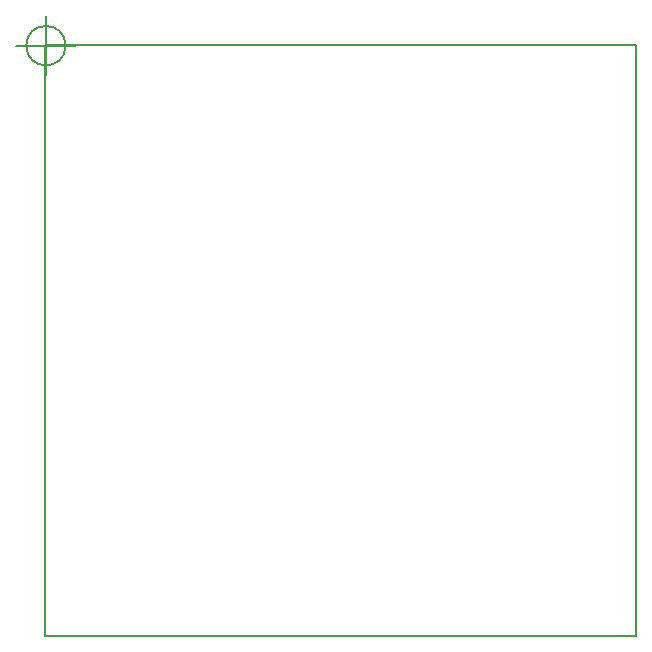
<source format=gm1>
G04 #@! TF.FileFunction,Profile,NP*
%FSLAX46Y46*%
G04 Gerber Fmt 4.6, Leading zero omitted, Abs format (unit mm)*
G04 Created by KiCad (PCBNEW 4.0.6) date 10/19/17 05:59:14*
%MOMM*%
%LPD*%
G01*
G04 APERTURE LIST*
%ADD10C,0.100000*%
%ADD11C,0.150000*%
G04 APERTURE END LIST*
D10*
D11*
X168646266Y-88544400D02*
G75*
G03X168646266Y-88544400I-1666666J0D01*
G01*
X164479600Y-88544400D02*
X169479600Y-88544400D01*
X166979600Y-86044400D02*
X166979600Y-91044400D01*
X216916000Y-88519500D02*
X166941500Y-88519500D01*
X216916000Y-138494000D02*
X216916000Y-88519500D01*
X166941500Y-138493500D02*
X216916000Y-138493500D01*
X166941500Y-88519500D02*
X166941500Y-138494000D01*
M02*

</source>
